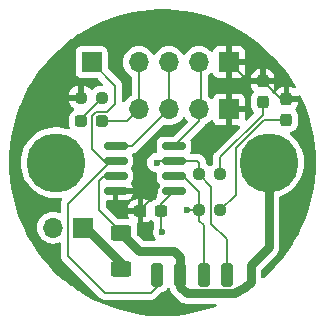
<source format=gbr>
%TF.GenerationSoftware,KiCad,Pcbnew,8.0.7*%
%TF.CreationDate,2024-12-12T10:30:31+01:00*%
%TF.ProjectId,pcb_actionneur_ventouse,7063625f-6163-4746-996f-6e6e6575725f,rev?*%
%TF.SameCoordinates,Original*%
%TF.FileFunction,Copper,L1,Top*%
%TF.FilePolarity,Positive*%
%FSLAX46Y46*%
G04 Gerber Fmt 4.6, Leading zero omitted, Abs format (unit mm)*
G04 Created by KiCad (PCBNEW 8.0.7) date 2024-12-12 10:30:31*
%MOMM*%
%LPD*%
G01*
G04 APERTURE LIST*
G04 Aperture macros list*
%AMRoundRect*
0 Rectangle with rounded corners*
0 $1 Rounding radius*
0 $2 $3 $4 $5 $6 $7 $8 $9 X,Y pos of 4 corners*
0 Add a 4 corners polygon primitive as box body*
4,1,4,$2,$3,$4,$5,$6,$7,$8,$9,$2,$3,0*
0 Add four circle primitives for the rounded corners*
1,1,$1+$1,$2,$3*
1,1,$1+$1,$4,$5*
1,1,$1+$1,$6,$7*
1,1,$1+$1,$8,$9*
0 Add four rect primitives between the rounded corners*
20,1,$1+$1,$2,$3,$4,$5,0*
20,1,$1+$1,$4,$5,$6,$7,0*
20,1,$1+$1,$6,$7,$8,$9,0*
20,1,$1+$1,$8,$9,$2,$3,0*%
G04 Aperture macros list end*
%TA.AperFunction,SMDPad,CuDef*%
%ADD10RoundRect,0.250000X0.625000X-0.400000X0.625000X0.400000X-0.625000X0.400000X-0.625000X-0.400000X0*%
%TD*%
%TA.AperFunction,ComponentPad*%
%ADD11R,1.700000X1.700000*%
%TD*%
%TA.AperFunction,ComponentPad*%
%ADD12O,1.700000X1.700000*%
%TD*%
%TA.AperFunction,SMDPad,CuDef*%
%ADD13RoundRect,0.250000X0.250000X0.750000X-0.250000X0.750000X-0.250000X-0.750000X0.250000X-0.750000X0*%
%TD*%
%TA.AperFunction,SMDPad,CuDef*%
%ADD14RoundRect,0.237500X0.300000X0.237500X-0.300000X0.237500X-0.300000X-0.237500X0.300000X-0.237500X0*%
%TD*%
%TA.AperFunction,SMDPad,CuDef*%
%ADD15RoundRect,0.150000X0.825000X0.150000X-0.825000X0.150000X-0.825000X-0.150000X0.825000X-0.150000X0*%
%TD*%
%TA.AperFunction,ComponentPad*%
%ADD16C,2.900000*%
%TD*%
%TA.AperFunction,ConnectorPad*%
%ADD17C,5.000000*%
%TD*%
%TA.AperFunction,SMDPad,CuDef*%
%ADD18RoundRect,0.237500X-0.250000X-0.237500X0.250000X-0.237500X0.250000X0.237500X-0.250000X0.237500X0*%
%TD*%
%TA.AperFunction,SMDPad,CuDef*%
%ADD19RoundRect,0.237500X-0.237500X0.287500X-0.237500X-0.287500X0.237500X-0.287500X0.237500X0.287500X0*%
%TD*%
%TA.AperFunction,SMDPad,CuDef*%
%ADD20RoundRect,0.237500X-0.287500X-0.237500X0.287500X-0.237500X0.287500X0.237500X-0.287500X0.237500X0*%
%TD*%
%TA.AperFunction,SMDPad,CuDef*%
%ADD21RoundRect,0.237500X0.250000X0.237500X-0.250000X0.237500X-0.250000X-0.237500X0.250000X-0.237500X0*%
%TD*%
%TA.AperFunction,ViaPad*%
%ADD22C,0.600000*%
%TD*%
%TA.AperFunction,Conductor*%
%ADD23C,0.750000*%
%TD*%
%TA.AperFunction,Conductor*%
%ADD24C,0.200000*%
%TD*%
G04 APERTURE END LIST*
D10*
%TO.P,R6,1*%
%TO.N,+5V*%
X146500000Y-59050000D03*
%TO.P,R6,2*%
%TO.N,/Isense*%
X146500000Y-55950000D03*
%TD*%
D11*
%TO.P,J2,1,Pin_1*%
%TO.N,GND*%
X155620000Y-45500000D03*
D12*
%TO.P,J2,2,Pin_2*%
%TO.N,/Sda*%
X153080000Y-45500000D03*
%TO.P,J2,3,Pin_3*%
%TO.N,/Scl*%
X150540000Y-45500000D03*
%TO.P,J2,4,Pin_4*%
%TO.N,+5V*%
X148000000Y-45500000D03*
%TD*%
D13*
%TO.P,J9,1,Pin_1*%
%TO.N,/Udpi*%
X149500000Y-59500000D03*
%TD*%
D11*
%TO.P,J10,1,Pin_1*%
%TO.N,/Udpi*%
X144000000Y-41500000D03*
%TD*%
D13*
%TO.P,J7,1,Pin_1*%
%TO.N,/VacuumPumpIn*%
X153500000Y-59500000D03*
%TD*%
%TO.P,J6,1,Pin_1*%
%TO.N,/EVin*%
X155500000Y-59500000D03*
%TD*%
%TO.P,J8,1,Pin_1*%
%TO.N,/Isense*%
X151500000Y-59500000D03*
%TD*%
D11*
%TO.P,J1,1,Pin_1*%
%TO.N,GND*%
X155620000Y-41500000D03*
D12*
%TO.P,J1,2,Pin_2*%
%TO.N,/Sda*%
X153080000Y-41500000D03*
%TO.P,J1,3,Pin_3*%
%TO.N,/Scl*%
X150540000Y-41500000D03*
%TO.P,J1,4,Pin_4*%
%TO.N,+5V*%
X148000000Y-41500000D03*
%TD*%
D14*
%TO.P,C1,1*%
%TO.N,+5V*%
X149862500Y-54095000D03*
%TO.P,C1,2*%
%TO.N,GND*%
X148137500Y-54095000D03*
%TD*%
D15*
%TO.P,U1,1,VCC*%
%TO.N,+5V*%
X150975000Y-52405000D03*
%TO.P,U1,2,PA6*%
%TO.N,/VacuumPumpIn*%
X150975000Y-51135000D03*
%TO.P,U1,3,PA7*%
%TO.N,/EVin*%
X150975000Y-49865000D03*
%TO.P,U1,4,PA1*%
%TO.N,/Sda*%
X150975000Y-48595000D03*
%TO.P,U1,5,PA2*%
%TO.N,/Scl*%
X146025000Y-48595000D03*
%TO.P,U1,6,~{RESET}/PA0*%
%TO.N,/Udpi*%
X146025000Y-49865000D03*
%TO.P,U1,7,PA3*%
%TO.N,/Isense*%
X146025000Y-51135000D03*
%TO.P,U1,8,GND*%
%TO.N,GND*%
X146025000Y-52405000D03*
%TD*%
D16*
%TO.P,J4,1,Pin_1*%
%TO.N,/Isense*%
X159000000Y-50000000D03*
D17*
X159000000Y-50000000D03*
%TD*%
D16*
%TO.P,J5,1,Pin_1*%
%TO.N,/VaccumPump-*%
X141000000Y-50000000D03*
D17*
X141000000Y-50000000D03*
%TD*%
D18*
%TO.P,R3,1*%
%TO.N,/EVin*%
X153087500Y-51000000D03*
%TO.P,R3,2*%
%TO.N,Net-(D3-A)*%
X154912500Y-51000000D03*
%TD*%
D19*
%TO.P,D3,1,K*%
%TO.N,GND*%
X158500000Y-43125000D03*
%TO.P,D3,2,A*%
%TO.N,Net-(D3-A)*%
X158500000Y-44875000D03*
%TD*%
D20*
%TO.P,D1,1,K*%
%TO.N,Net-(D1-K)*%
X143125000Y-46500000D03*
%TO.P,D1,2,A*%
%TO.N,+5V*%
X144875000Y-46500000D03*
%TD*%
D18*
%TO.P,R2,2*%
%TO.N,Net-(D2-A)*%
X154912500Y-54000000D03*
%TO.P,R2,1*%
%TO.N,/VacuumPumpIn*%
X153087500Y-54000000D03*
%TD*%
D12*
%TO.P,J3,2,Pin_2*%
%TO.N,/Ev-*%
X140735000Y-55500000D03*
D11*
%TO.P,J3,1,Pin_1*%
%TO.N,+5V*%
X143275000Y-55500000D03*
%TD*%
D19*
%TO.P,D2,1,K*%
%TO.N,GND*%
X160500000Y-44625000D03*
%TO.P,D2,2,A*%
%TO.N,Net-(D2-A)*%
X160500000Y-46375000D03*
%TD*%
D21*
%TO.P,R1,1*%
%TO.N,Net-(D1-K)*%
X144912500Y-44500000D03*
%TO.P,R1,2*%
%TO.N,GND*%
X143087500Y-44500000D03*
%TD*%
D22*
%TO.N,GND*%
X139698881Y-44538556D03*
%TO.N,+5V*%
X150000000Y-55900000D03*
%TO.N,GND*%
X149500000Y-52000000D03*
%TO.N,/VacuumPumpIn*%
X152050000Y-54050000D03*
%TO.N,/EVin*%
X149500000Y-50000000D03*
%TD*%
D23*
%TO.N,/Isense*%
X151500000Y-58000000D02*
X151500000Y-59500000D01*
X146500000Y-56000000D02*
X148000000Y-57500000D01*
X146500000Y-55950000D02*
X146500000Y-56000000D01*
X148000000Y-57500000D02*
X151000000Y-57500000D01*
X151000000Y-57500000D02*
X151500000Y-58000000D01*
D24*
%TO.N,/Udpi*%
X142000000Y-53500000D02*
X145635000Y-49865000D01*
X145635000Y-49865000D02*
X146025000Y-49865000D01*
X149000000Y-61000000D02*
X145108654Y-61000000D01*
X149500000Y-60500000D02*
X149000000Y-61000000D01*
X142000000Y-57891346D02*
X142000000Y-53500000D01*
X149500000Y-59500000D02*
X149500000Y-60500000D01*
X145108654Y-61000000D02*
X142000000Y-57891346D01*
D23*
%TO.N,/Isense*%
X159000000Y-57173654D02*
X159000000Y-50000000D01*
X157500000Y-58673654D02*
X159000000Y-57173654D01*
X157500000Y-60150165D02*
X157500000Y-58673654D01*
X156994583Y-60506927D02*
X157500000Y-60150165D01*
X156410373Y-60873216D02*
X156994583Y-60506927D01*
X156045692Y-61075000D02*
X156410373Y-60873216D01*
X151500000Y-60500000D02*
X152075000Y-61075000D01*
X151500000Y-59500000D02*
X151500000Y-60500000D01*
X152075000Y-61075000D02*
X156045692Y-61075000D01*
D24*
%TO.N,/EVin*%
X154125000Y-55191722D02*
X154125000Y-52037500D01*
X154125000Y-52037500D02*
X153087500Y-51000000D01*
X155500000Y-56500000D02*
X155433278Y-56500000D01*
X155433278Y-56500000D02*
X154125000Y-55191722D01*
X155500000Y-59500000D02*
X155500000Y-56500000D01*
%TO.N,/VacuumPumpIn*%
X153500000Y-55325000D02*
X153500000Y-59500000D01*
X153087500Y-54912500D02*
X153500000Y-55325000D01*
X153087500Y-54500000D02*
X153087500Y-54912500D01*
D23*
%TO.N,+5V*%
X146500000Y-58500000D02*
X143500000Y-55500000D01*
X146500000Y-59050000D02*
X146500000Y-58500000D01*
X143500000Y-55500000D02*
X143500000Y-55225000D01*
D24*
X149862500Y-55762500D02*
X149862500Y-54095000D01*
X150000000Y-55900000D02*
X149862500Y-55762500D01*
%TO.N,/VacuumPumpIn*%
X152100000Y-54000000D02*
X153087500Y-54000000D01*
X152050000Y-54050000D02*
X152100000Y-54000000D01*
X153087500Y-54000000D02*
X153087500Y-54500000D01*
%TO.N,Net-(D2-A)*%
X158625000Y-46375000D02*
X160500000Y-46375000D01*
X156200000Y-48800000D02*
X158625000Y-46375000D01*
X156200000Y-52712500D02*
X156200000Y-48800000D01*
X154912500Y-54000000D02*
X156200000Y-52712500D01*
%TO.N,+5V*%
X149862500Y-53517500D02*
X150975000Y-52405000D01*
X149862500Y-54095000D02*
X149862500Y-53517500D01*
X149820000Y-54095000D02*
X149862500Y-54095000D01*
X149725000Y-54000000D02*
X149820000Y-54095000D01*
%TO.N,GND*%
X149500000Y-52595000D02*
X148000000Y-54095000D01*
X149500000Y-52000000D02*
X149500000Y-52595000D01*
%TO.N,Net-(D3-A)*%
X158500000Y-45934314D02*
X158500000Y-44875000D01*
X154912500Y-51000000D02*
X154912500Y-49521814D01*
X154912500Y-49521814D02*
X158500000Y-45934314D01*
%TO.N,/EVin*%
X152952500Y-49865000D02*
X150975000Y-49865000D01*
X153087500Y-50000000D02*
X152952500Y-49865000D01*
X153087500Y-51000000D02*
X153087500Y-50000000D01*
%TO.N,/VacuumPumpIn*%
X151722500Y-51135000D02*
X150975000Y-51135000D01*
X153087500Y-54500000D02*
X153087500Y-52500000D01*
X153087500Y-52500000D02*
X151722500Y-51135000D01*
%TO.N,GND*%
X143087500Y-44500000D02*
X139737437Y-44500000D01*
X139737437Y-44500000D02*
X139698881Y-44538556D01*
%TO.N,Net-(D1-K)*%
X143125000Y-46287500D02*
X144912500Y-44500000D01*
X143125000Y-46500000D02*
X143125000Y-46287500D01*
%TO.N,/Udpi*%
X146000000Y-45000000D02*
X146000000Y-43500000D01*
X144358278Y-45725000D02*
X145275000Y-45725000D01*
X144050000Y-48864999D02*
X144050000Y-46033278D01*
X146000000Y-43500000D02*
X144000000Y-41500000D01*
X145050001Y-49865000D02*
X144050000Y-48864999D01*
X144050000Y-46033278D02*
X144358278Y-45725000D01*
X145275000Y-45725000D02*
X146000000Y-45000000D01*
X146025000Y-49865000D02*
X145050001Y-49865000D01*
%TO.N,+5V*%
X147000000Y-46500000D02*
X144875000Y-46500000D01*
X148000000Y-45500000D02*
X147000000Y-46500000D01*
%TO.N,GND*%
X148000000Y-53000000D02*
X148000000Y-54095000D01*
X147405000Y-52405000D02*
X148000000Y-53000000D01*
X146025000Y-52405000D02*
X147405000Y-52405000D01*
%TO.N,/Scl*%
X150540000Y-45500000D02*
X150540000Y-41500000D01*
%TO.N,/VacuumPumpIn*%
X151886238Y-51135000D02*
X151475000Y-51135000D01*
%TO.N,GND*%
X160500000Y-44625000D02*
X160000000Y-44625000D01*
X160000000Y-44625000D02*
X158500000Y-43125000D01*
X158500000Y-43125000D02*
X157245000Y-43125000D01*
X157245000Y-43125000D02*
X155620000Y-41500000D01*
%TO.N,/Sda*%
X150975000Y-48595000D02*
X153080000Y-46490000D01*
X153080000Y-46490000D02*
X153080000Y-45500000D01*
%TO.N,/Scl*%
X147445000Y-48595000D02*
X146025000Y-48595000D01*
X150540000Y-45500000D02*
X147445000Y-48595000D01*
%TO.N,GND*%
X155620000Y-45500000D02*
X155620000Y-41500000D01*
%TO.N,+5V*%
X148000000Y-45500000D02*
X148000000Y-41500000D01*
%TO.N,/Isense*%
X145050001Y-51135000D02*
X146025000Y-51135000D01*
X144600000Y-51585001D02*
X145050001Y-51135000D01*
X144600000Y-54000000D02*
X144600000Y-51585001D01*
%TO.N,GND*%
X148500000Y-54500000D02*
X148120000Y-54500000D01*
%TO.N,/Scl*%
X150540000Y-41680000D02*
X150720000Y-41500000D01*
%TO.N,/Sda*%
X153260000Y-45320000D02*
X153260000Y-41500000D01*
%TO.N,/Isense*%
X146500000Y-55900000D02*
X144600000Y-54000000D01*
X146500000Y-56500000D02*
X146500000Y-55900000D01*
%TO.N,/VacuumPumpIn*%
X150975000Y-51135000D02*
X151040000Y-51200000D01*
%TO.N,/EVin*%
X149635000Y-49865000D02*
X149500000Y-50000000D01*
X151475000Y-49865000D02*
X149635000Y-49865000D01*
%TO.N,GND*%
X155500000Y-41800000D02*
X155800000Y-41500000D01*
D23*
%TO.N,/Isense*%
X159062500Y-50062500D02*
X159000000Y-50000000D01*
D24*
X161396821Y-50254951D02*
X161394984Y-50000000D01*
X161394984Y-50000000D02*
X161392634Y-49673735D01*
X158475000Y-50475000D02*
X158000000Y-50000000D01*
%TD*%
%TA.AperFunction,Conductor*%
%TO.N,GND*%
G36*
X150361600Y-37005623D02*
G01*
X151070102Y-37044713D01*
X151076887Y-37045276D01*
X151782143Y-37123333D01*
X151788863Y-37124264D01*
X152488794Y-37241062D01*
X152495456Y-37242363D01*
X153187875Y-37397538D01*
X153194467Y-37399208D01*
X153877263Y-37592284D01*
X153883769Y-37594319D01*
X154554883Y-37824713D01*
X154561277Y-37827107D01*
X155218680Y-38094121D01*
X155224923Y-38096860D01*
X155866609Y-38399678D01*
X155872700Y-38402760D01*
X156496755Y-38740482D01*
X156502672Y-38743899D01*
X157107144Y-39115466D01*
X157112865Y-39119204D01*
X157695942Y-39523502D01*
X157701448Y-39527548D01*
X158261401Y-39963375D01*
X158266670Y-39967715D01*
X158801749Y-40433716D01*
X158806755Y-40438324D01*
X158975182Y-40602172D01*
X159315362Y-40933105D01*
X159320127Y-40938003D01*
X159800691Y-41460034D01*
X159805179Y-41465187D01*
X160256263Y-42012909D01*
X160260460Y-42018302D01*
X160680676Y-42590026D01*
X160684570Y-42595641D01*
X160688819Y-42602144D01*
X161072676Y-43189683D01*
X161076228Y-43195462D01*
X161206410Y-43420943D01*
X161265004Y-43522431D01*
X161281477Y-43590331D01*
X161258624Y-43656358D01*
X161203703Y-43699549D01*
X161134150Y-43706190D01*
X161092521Y-43689970D01*
X161051309Y-43664550D01*
X161051300Y-43664546D01*
X160887652Y-43610319D01*
X160786654Y-43600000D01*
X160750000Y-43600000D01*
X160750000Y-44375000D01*
X161474999Y-44375000D01*
X161492092Y-44357906D01*
X161494684Y-44349081D01*
X161547488Y-44303326D01*
X161616646Y-44293382D01*
X161680202Y-44322407D01*
X161709639Y-44360131D01*
X161754650Y-44449077D01*
X161757566Y-44455256D01*
X162042589Y-45105042D01*
X162045160Y-45111373D01*
X162293951Y-45775864D01*
X162296170Y-45782327D01*
X162494424Y-46416181D01*
X162507980Y-46459520D01*
X162509840Y-46466096D01*
X162684027Y-47153947D01*
X162685521Y-47160615D01*
X162821547Y-47856993D01*
X162822672Y-47863733D01*
X162920134Y-48566575D01*
X162920885Y-48573367D01*
X162979476Y-49280470D01*
X162979853Y-49287293D01*
X162999405Y-49996583D01*
X162999405Y-50003417D01*
X162979853Y-50712706D01*
X162979476Y-50719529D01*
X162920885Y-51426632D01*
X162920134Y-51433424D01*
X162822672Y-52136266D01*
X162821547Y-52143006D01*
X162685521Y-52839384D01*
X162684027Y-52846052D01*
X162509840Y-53533903D01*
X162507980Y-53540479D01*
X162296170Y-54217672D01*
X162293951Y-54224135D01*
X162045160Y-54888626D01*
X162042589Y-54894957D01*
X161757566Y-55544743D01*
X161754650Y-55550923D01*
X161434258Y-56184035D01*
X161431005Y-56190045D01*
X161076236Y-56804524D01*
X161072666Y-56810332D01*
X161022696Y-56886818D01*
X160684570Y-57404358D01*
X160680676Y-57409973D01*
X160260460Y-57981697D01*
X160256263Y-57987090D01*
X159805179Y-58534812D01*
X159800691Y-58539965D01*
X159320127Y-59061996D01*
X159315362Y-59066894D01*
X158806766Y-59561665D01*
X158801738Y-59566293D01*
X158580937Y-59758588D01*
X158517454Y-59787772D01*
X158448271Y-59778002D01*
X158395353Y-59732379D01*
X158375500Y-59665389D01*
X158375500Y-59087660D01*
X158395185Y-59020621D01*
X158411819Y-58999979D01*
X159680042Y-57731756D01*
X159680045Y-57731753D01*
X159775858Y-57588359D01*
X159841855Y-57429028D01*
X159875500Y-57259883D01*
X159875500Y-57087425D01*
X159875500Y-52961234D01*
X159895185Y-52894195D01*
X159947989Y-52848440D01*
X159957070Y-52844719D01*
X160190451Y-52759777D01*
X160502793Y-52602913D01*
X160794811Y-52410849D01*
X161062558Y-52186183D01*
X161302412Y-51931953D01*
X161511130Y-51651596D01*
X161685889Y-51348904D01*
X161824326Y-51027971D01*
X161924569Y-50693136D01*
X161968419Y-50444442D01*
X161970531Y-50434747D01*
X161997875Y-50329680D01*
X161996638Y-50158136D01*
X161996845Y-50150038D01*
X161998737Y-50117569D01*
X162005585Y-50000000D01*
X161994259Y-49805560D01*
X161994053Y-49799254D01*
X161992549Y-49590355D01*
X161973009Y-49519478D01*
X161948367Y-49430091D01*
X161948384Y-49430086D01*
X161943202Y-49412542D01*
X161924571Y-49306875D01*
X161924569Y-49306865D01*
X161924569Y-49306864D01*
X161824326Y-48972029D01*
X161685889Y-48651096D01*
X161511130Y-48348404D01*
X161511129Y-48348402D01*
X161302415Y-48068050D01*
X161302410Y-48068044D01*
X161169264Y-47926919D01*
X161062558Y-47813817D01*
X160920347Y-47694488D01*
X160818194Y-47608771D01*
X160779492Y-47550600D01*
X160778384Y-47480739D01*
X160815221Y-47421369D01*
X160878308Y-47391340D01*
X160885281Y-47390426D01*
X160887753Y-47390174D01*
X161051516Y-47335908D01*
X161198350Y-47245340D01*
X161320340Y-47123350D01*
X161410908Y-46976516D01*
X161465174Y-46812753D01*
X161475500Y-46711677D01*
X161475499Y-46038324D01*
X161468103Y-45965925D01*
X161465174Y-45937247D01*
X161452666Y-45899500D01*
X161410908Y-45773484D01*
X161320340Y-45626650D01*
X161281017Y-45587327D01*
X161247532Y-45526004D01*
X161252516Y-45456312D01*
X161281018Y-45411964D01*
X161319945Y-45373037D01*
X161319947Y-45373034D01*
X161410448Y-45226311D01*
X161410453Y-45226300D01*
X161464680Y-45062652D01*
X161474999Y-44961654D01*
X161475000Y-44961641D01*
X161475000Y-44875000D01*
X160624000Y-44875000D01*
X160556961Y-44855315D01*
X160511206Y-44802511D01*
X160500000Y-44751000D01*
X160500000Y-44625000D01*
X160374000Y-44625000D01*
X160306961Y-44605315D01*
X160261206Y-44552511D01*
X160250000Y-44501000D01*
X160250000Y-43600000D01*
X160213361Y-43600000D01*
X160213343Y-43600001D01*
X160112347Y-43610319D01*
X159948699Y-43664546D01*
X159948688Y-43664551D01*
X159801965Y-43755052D01*
X159801961Y-43755055D01*
X159680055Y-43876961D01*
X159680052Y-43876965D01*
X159589551Y-44023688D01*
X159589546Y-44023699D01*
X159556916Y-44122171D01*
X159517143Y-44179616D01*
X159452627Y-44206439D01*
X159383851Y-44194124D01*
X159333671Y-44148263D01*
X159320340Y-44126650D01*
X159281017Y-44087327D01*
X159247532Y-44026004D01*
X159252516Y-43956312D01*
X159281018Y-43911964D01*
X159319945Y-43873037D01*
X159319947Y-43873034D01*
X159410448Y-43726311D01*
X159410453Y-43726300D01*
X159464680Y-43562652D01*
X159474999Y-43461654D01*
X159475000Y-43461641D01*
X159475000Y-43375000D01*
X157525001Y-43375000D01*
X157525001Y-43461654D01*
X157535319Y-43562652D01*
X157589546Y-43726300D01*
X157589551Y-43726311D01*
X157680052Y-43873034D01*
X157680055Y-43873038D01*
X157718982Y-43911965D01*
X157752467Y-43973288D01*
X157747483Y-44042980D01*
X157718983Y-44087326D01*
X157679661Y-44126648D01*
X157589093Y-44273481D01*
X157589091Y-44273486D01*
X157582688Y-44292809D01*
X157534826Y-44437247D01*
X157534826Y-44437248D01*
X157534825Y-44437248D01*
X157524500Y-44538315D01*
X157524500Y-45211669D01*
X157524501Y-45211687D01*
X157534825Y-45312752D01*
X157553370Y-45368716D01*
X157579018Y-45446116D01*
X157589092Y-45476515D01*
X157589093Y-45476518D01*
X157601765Y-45497063D01*
X157658529Y-45589092D01*
X157679661Y-45623351D01*
X157733013Y-45676704D01*
X157766497Y-45738027D01*
X157761512Y-45807719D01*
X157733012Y-45852065D01*
X157181681Y-46403397D01*
X157120358Y-46436882D01*
X157050667Y-46431898D01*
X156994733Y-46390027D01*
X156970316Y-46324562D01*
X156970000Y-46315716D01*
X156970000Y-45750000D01*
X156053012Y-45750000D01*
X156085925Y-45692993D01*
X156120000Y-45565826D01*
X156120000Y-45434174D01*
X156085925Y-45307007D01*
X156053012Y-45250000D01*
X156970000Y-45250000D01*
X156970000Y-44602172D01*
X156969999Y-44602155D01*
X156963598Y-44542627D01*
X156963596Y-44542620D01*
X156913354Y-44407913D01*
X156913350Y-44407906D01*
X156827190Y-44292812D01*
X156827187Y-44292809D01*
X156712093Y-44206649D01*
X156712086Y-44206645D01*
X156577379Y-44156403D01*
X156577372Y-44156401D01*
X156517844Y-44150000D01*
X155870000Y-44150000D01*
X155870000Y-45066988D01*
X155812993Y-45034075D01*
X155685826Y-45000000D01*
X155554174Y-45000000D01*
X155427007Y-45034075D01*
X155370000Y-45066988D01*
X155370000Y-44150000D01*
X154722155Y-44150000D01*
X154662627Y-44156401D01*
X154662620Y-44156403D01*
X154527913Y-44206645D01*
X154527906Y-44206649D01*
X154412812Y-44292809D01*
X154412809Y-44292812D01*
X154326649Y-44407906D01*
X154326645Y-44407913D01*
X154277578Y-44539470D01*
X154235707Y-44595404D01*
X154170242Y-44619821D01*
X154101969Y-44604969D01*
X154073715Y-44583819D01*
X154028211Y-44538315D01*
X153951401Y-44461505D01*
X153937998Y-44452120D01*
X153913375Y-44434878D01*
X153869751Y-44380300D01*
X153860500Y-44333304D01*
X153860500Y-42666694D01*
X153880185Y-42599655D01*
X153913375Y-42565120D01*
X153951401Y-42538495D01*
X154073717Y-42416178D01*
X154135036Y-42382696D01*
X154204728Y-42387680D01*
X154260662Y-42429551D01*
X154277577Y-42460528D01*
X154326646Y-42592088D01*
X154326649Y-42592093D01*
X154412809Y-42707187D01*
X154412812Y-42707190D01*
X154527906Y-42793350D01*
X154527913Y-42793354D01*
X154662620Y-42843596D01*
X154662627Y-42843598D01*
X154722155Y-42849999D01*
X154722172Y-42850000D01*
X155370000Y-42850000D01*
X155370000Y-41933012D01*
X155427007Y-41965925D01*
X155554174Y-42000000D01*
X155685826Y-42000000D01*
X155812993Y-41965925D01*
X155870000Y-41933012D01*
X155870000Y-42850000D01*
X156517828Y-42850000D01*
X156517844Y-42849999D01*
X156577372Y-42843598D01*
X156577379Y-42843596D01*
X156712086Y-42793354D01*
X156712093Y-42793350D01*
X156718779Y-42788345D01*
X157525000Y-42788345D01*
X157525000Y-42875000D01*
X158250000Y-42875000D01*
X158750000Y-42875000D01*
X159474999Y-42875000D01*
X159474999Y-42788360D01*
X159474998Y-42788345D01*
X159464680Y-42687347D01*
X159410453Y-42523699D01*
X159410448Y-42523688D01*
X159319947Y-42376965D01*
X159319944Y-42376961D01*
X159198038Y-42255055D01*
X159198034Y-42255052D01*
X159051311Y-42164551D01*
X159051300Y-42164546D01*
X158887652Y-42110319D01*
X158786654Y-42100000D01*
X158750000Y-42100000D01*
X158750000Y-42875000D01*
X158250000Y-42875000D01*
X158250000Y-42100000D01*
X158213361Y-42100000D01*
X158213343Y-42100001D01*
X158112347Y-42110319D01*
X157948699Y-42164546D01*
X157948688Y-42164551D01*
X157801965Y-42255052D01*
X157801961Y-42255055D01*
X157680055Y-42376961D01*
X157680052Y-42376965D01*
X157589551Y-42523688D01*
X157589546Y-42523699D01*
X157535319Y-42687347D01*
X157525000Y-42788345D01*
X156718779Y-42788345D01*
X156827187Y-42707190D01*
X156827190Y-42707187D01*
X156913350Y-42592093D01*
X156913354Y-42592086D01*
X156963596Y-42457379D01*
X156963598Y-42457372D01*
X156969999Y-42397844D01*
X156970000Y-42397827D01*
X156970000Y-41750000D01*
X156053012Y-41750000D01*
X156085925Y-41692993D01*
X156120000Y-41565826D01*
X156120000Y-41434174D01*
X156085925Y-41307007D01*
X156053012Y-41250000D01*
X156970000Y-41250000D01*
X156970000Y-40602172D01*
X156969999Y-40602155D01*
X156963598Y-40542627D01*
X156963596Y-40542620D01*
X156913354Y-40407913D01*
X156913350Y-40407906D01*
X156827190Y-40292812D01*
X156827187Y-40292809D01*
X156712093Y-40206649D01*
X156712086Y-40206645D01*
X156577379Y-40156403D01*
X156577372Y-40156401D01*
X156517844Y-40150000D01*
X155870000Y-40150000D01*
X155870000Y-41066988D01*
X155812993Y-41034075D01*
X155685826Y-41000000D01*
X155554174Y-41000000D01*
X155427007Y-41034075D01*
X155370000Y-41066988D01*
X155370000Y-40150000D01*
X154722155Y-40150000D01*
X154662627Y-40156401D01*
X154662620Y-40156403D01*
X154527913Y-40206645D01*
X154527906Y-40206649D01*
X154412812Y-40292809D01*
X154412809Y-40292812D01*
X154326649Y-40407906D01*
X154326645Y-40407913D01*
X154277578Y-40539470D01*
X154235707Y-40595404D01*
X154170242Y-40619821D01*
X154101969Y-40604969D01*
X154073715Y-40583819D01*
X154029366Y-40539470D01*
X153951401Y-40461505D01*
X153951397Y-40461502D01*
X153951396Y-40461501D01*
X153757834Y-40325967D01*
X153757830Y-40325965D01*
X153686727Y-40292809D01*
X153543663Y-40226097D01*
X153543659Y-40226096D01*
X153543655Y-40226094D01*
X153315413Y-40164938D01*
X153315403Y-40164936D01*
X153080001Y-40144341D01*
X153079999Y-40144341D01*
X152844596Y-40164936D01*
X152844586Y-40164938D01*
X152616344Y-40226094D01*
X152616335Y-40226098D01*
X152402171Y-40325964D01*
X152402169Y-40325965D01*
X152208597Y-40461505D01*
X152041505Y-40628597D01*
X151911575Y-40814158D01*
X151856998Y-40857783D01*
X151787500Y-40864977D01*
X151725145Y-40833454D01*
X151708425Y-40814158D01*
X151578494Y-40628597D01*
X151411402Y-40461506D01*
X151411395Y-40461501D01*
X151217834Y-40325967D01*
X151217830Y-40325965D01*
X151146727Y-40292809D01*
X151003663Y-40226097D01*
X151003659Y-40226096D01*
X151003655Y-40226094D01*
X150775413Y-40164938D01*
X150775403Y-40164936D01*
X150540001Y-40144341D01*
X150539999Y-40144341D01*
X150304596Y-40164936D01*
X150304586Y-40164938D01*
X150076344Y-40226094D01*
X150076335Y-40226098D01*
X149862171Y-40325964D01*
X149862169Y-40325965D01*
X149668597Y-40461505D01*
X149501505Y-40628597D01*
X149371575Y-40814158D01*
X149316998Y-40857783D01*
X149247500Y-40864977D01*
X149185145Y-40833454D01*
X149168425Y-40814158D01*
X149038494Y-40628597D01*
X148871402Y-40461506D01*
X148871395Y-40461501D01*
X148677834Y-40325967D01*
X148677830Y-40325965D01*
X148606727Y-40292809D01*
X148463663Y-40226097D01*
X148463659Y-40226096D01*
X148463655Y-40226094D01*
X148235413Y-40164938D01*
X148235403Y-40164936D01*
X148000001Y-40144341D01*
X147999999Y-40144341D01*
X147764596Y-40164936D01*
X147764586Y-40164938D01*
X147536344Y-40226094D01*
X147536335Y-40226098D01*
X147322171Y-40325964D01*
X147322169Y-40325965D01*
X147128597Y-40461505D01*
X146961505Y-40628597D01*
X146825965Y-40822169D01*
X146825964Y-40822171D01*
X146726098Y-41036335D01*
X146726094Y-41036344D01*
X146664938Y-41264586D01*
X146664936Y-41264596D01*
X146644341Y-41499999D01*
X146644341Y-41500000D01*
X146664936Y-41735403D01*
X146664938Y-41735413D01*
X146726094Y-41963655D01*
X146726096Y-41963659D01*
X146726097Y-41963663D01*
X146743631Y-42001264D01*
X146825965Y-42177830D01*
X146825967Y-42177834D01*
X146881946Y-42257779D01*
X146961505Y-42371401D01*
X147128599Y-42538495D01*
X147219499Y-42602144D01*
X147322165Y-42674032D01*
X147322167Y-42674033D01*
X147322170Y-42674035D01*
X147327898Y-42676706D01*
X147380339Y-42722872D01*
X147399500Y-42789090D01*
X147399500Y-44210908D01*
X147379815Y-44277947D01*
X147327914Y-44323286D01*
X147322173Y-44325963D01*
X147322169Y-44325965D01*
X147128597Y-44461505D01*
X146961505Y-44628597D01*
X146826075Y-44822013D01*
X146771498Y-44865638D01*
X146702000Y-44872832D01*
X146639645Y-44841309D01*
X146604231Y-44781079D01*
X146600500Y-44750890D01*
X146600500Y-43420945D01*
X146600500Y-43420943D01*
X146563802Y-43283983D01*
X146563802Y-43283982D01*
X146559577Y-43268215D01*
X146515871Y-43192514D01*
X146515870Y-43192513D01*
X146480521Y-43131286D01*
X146480520Y-43131284D01*
X146368716Y-43019480D01*
X146368715Y-43019479D01*
X146364385Y-43015149D01*
X146364374Y-43015139D01*
X145386818Y-42037583D01*
X145353333Y-41976260D01*
X145350499Y-41949902D01*
X145350499Y-40602129D01*
X145350498Y-40602123D01*
X145350497Y-40602116D01*
X145344091Y-40542517D01*
X145305233Y-40438334D01*
X145293797Y-40407671D01*
X145293793Y-40407664D01*
X145207547Y-40292455D01*
X145207544Y-40292452D01*
X145092335Y-40206206D01*
X145092328Y-40206202D01*
X144957482Y-40155908D01*
X144957483Y-40155908D01*
X144897883Y-40149501D01*
X144897881Y-40149500D01*
X144897873Y-40149500D01*
X144897864Y-40149500D01*
X143102129Y-40149500D01*
X143102123Y-40149501D01*
X143042516Y-40155908D01*
X142907671Y-40206202D01*
X142907664Y-40206206D01*
X142792455Y-40292452D01*
X142792452Y-40292455D01*
X142706206Y-40407664D01*
X142706202Y-40407671D01*
X142655908Y-40542517D01*
X142651468Y-40583819D01*
X142649501Y-40602123D01*
X142649500Y-40602135D01*
X142649500Y-42397870D01*
X142649501Y-42397876D01*
X142655908Y-42457483D01*
X142706202Y-42592328D01*
X142706206Y-42592335D01*
X142792452Y-42707544D01*
X142792455Y-42707547D01*
X142907664Y-42793793D01*
X142907671Y-42793797D01*
X143042517Y-42844091D01*
X143042516Y-42844091D01*
X143049444Y-42844835D01*
X143102127Y-42850500D01*
X144449902Y-42850499D01*
X144516941Y-42870184D01*
X144537583Y-42886818D01*
X144963584Y-43312819D01*
X144997069Y-43374142D01*
X144992085Y-43443834D01*
X144950213Y-43499767D01*
X144884749Y-43524184D01*
X144875903Y-43524500D01*
X144613331Y-43524500D01*
X144613312Y-43524501D01*
X144512247Y-43534825D01*
X144348484Y-43589092D01*
X144348481Y-43589093D01*
X144201651Y-43679659D01*
X144087327Y-43793983D01*
X144026004Y-43827467D01*
X143956312Y-43822483D01*
X143911965Y-43793982D01*
X143798038Y-43680055D01*
X143798034Y-43680052D01*
X143651311Y-43589551D01*
X143651300Y-43589546D01*
X143487652Y-43535319D01*
X143386654Y-43525000D01*
X143337500Y-43525000D01*
X143337500Y-44376000D01*
X143317815Y-44443039D01*
X143265011Y-44488794D01*
X143213500Y-44500000D01*
X143087500Y-44500000D01*
X143087500Y-44626000D01*
X143067815Y-44693039D01*
X143015011Y-44738794D01*
X142963500Y-44750000D01*
X142100001Y-44750000D01*
X142100001Y-44786654D01*
X142110319Y-44887652D01*
X142164546Y-45051300D01*
X142164551Y-45051311D01*
X142255052Y-45198034D01*
X142255055Y-45198038D01*
X142376961Y-45319944D01*
X142376965Y-45319947D01*
X142497295Y-45394168D01*
X142544020Y-45446116D01*
X142555241Y-45515078D01*
X142527398Y-45579160D01*
X142497295Y-45605244D01*
X142376653Y-45679657D01*
X142376649Y-45679660D01*
X142254661Y-45801648D01*
X142164093Y-45948481D01*
X142164091Y-45948486D01*
X142156289Y-45972032D01*
X142109826Y-46112247D01*
X142109826Y-46112248D01*
X142109825Y-46112248D01*
X142099500Y-46213315D01*
X142099500Y-46786669D01*
X142099501Y-46786687D01*
X142109825Y-46887752D01*
X142109826Y-46887755D01*
X142151020Y-47012068D01*
X142153422Y-47081896D01*
X142117690Y-47141938D01*
X142055170Y-47173131D01*
X141990904Y-47167594D01*
X141862012Y-47120681D01*
X141862009Y-47120680D01*
X141521915Y-47040077D01*
X141478519Y-47035004D01*
X141174759Y-46999500D01*
X140825241Y-46999500D01*
X140521480Y-47035004D01*
X140478085Y-47040077D01*
X140478083Y-47040077D01*
X140137990Y-47120680D01*
X140137987Y-47120681D01*
X139809547Y-47240223D01*
X139809541Y-47240226D01*
X139497203Y-47397088D01*
X139205194Y-47589146D01*
X139205186Y-47589152D01*
X138937442Y-47813817D01*
X138937440Y-47813819D01*
X138697589Y-48068044D01*
X138697584Y-48068050D01*
X138488870Y-48348402D01*
X138314113Y-48651091D01*
X138314107Y-48651104D01*
X138175674Y-48972027D01*
X138075430Y-49306865D01*
X138075428Y-49306872D01*
X138014739Y-49651061D01*
X138014738Y-49651072D01*
X137994415Y-49999996D01*
X137994415Y-50000003D01*
X138014738Y-50348927D01*
X138014739Y-50348938D01*
X138075428Y-50693127D01*
X138075430Y-50693134D01*
X138175674Y-51027972D01*
X138314107Y-51348895D01*
X138314113Y-51348908D01*
X138488870Y-51651597D01*
X138697584Y-51931949D01*
X138697589Y-51931955D01*
X138800500Y-52041033D01*
X138937442Y-52186183D01*
X139113903Y-52334251D01*
X139205186Y-52410847D01*
X139205194Y-52410853D01*
X139497203Y-52602911D01*
X139542838Y-52625830D01*
X139809549Y-52759777D01*
X140137989Y-52879319D01*
X140478086Y-52959923D01*
X140825241Y-53000500D01*
X140825248Y-53000500D01*
X141174751Y-53000500D01*
X141174759Y-53000500D01*
X141380168Y-52976490D01*
X141449034Y-52988259D01*
X141500610Y-53035394D01*
X141518516Y-53102930D01*
X141501949Y-53161648D01*
X141488995Y-53184087D01*
X141488992Y-53184092D01*
X141440423Y-53268214D01*
X141434858Y-53288982D01*
X141399499Y-53420943D01*
X141399499Y-53420945D01*
X141399499Y-53589046D01*
X141399500Y-53589059D01*
X141399500Y-54125107D01*
X141379815Y-54192146D01*
X141327011Y-54237901D01*
X141257853Y-54247845D01*
X141223098Y-54237491D01*
X141205422Y-54229249D01*
X141198663Y-54226097D01*
X141198660Y-54226096D01*
X141198655Y-54226094D01*
X140970413Y-54164938D01*
X140970403Y-54164936D01*
X140735001Y-54144341D01*
X140734999Y-54144341D01*
X140499596Y-54164936D01*
X140499586Y-54164938D01*
X140271344Y-54226094D01*
X140271335Y-54226098D01*
X140057171Y-54325964D01*
X140057169Y-54325965D01*
X139863597Y-54461505D01*
X139696505Y-54628597D01*
X139560965Y-54822169D01*
X139560964Y-54822171D01*
X139461098Y-55036335D01*
X139461094Y-55036344D01*
X139399938Y-55264586D01*
X139399936Y-55264596D01*
X139379341Y-55499999D01*
X139379341Y-55500000D01*
X139399936Y-55735403D01*
X139399938Y-55735413D01*
X139461094Y-55963655D01*
X139461096Y-55963659D01*
X139461097Y-55963663D01*
X139514996Y-56079249D01*
X139560965Y-56177830D01*
X139560967Y-56177834D01*
X139611164Y-56249522D01*
X139696505Y-56371401D01*
X139863599Y-56538495D01*
X139882902Y-56552011D01*
X140057165Y-56674032D01*
X140057167Y-56674033D01*
X140057170Y-56674035D01*
X140271337Y-56773903D01*
X140271343Y-56773904D01*
X140271344Y-56773905D01*
X140296088Y-56780535D01*
X140499592Y-56835063D01*
X140687918Y-56851539D01*
X140734999Y-56855659D01*
X140735000Y-56855659D01*
X140735001Y-56855659D01*
X140774234Y-56852226D01*
X140970408Y-56835063D01*
X141198663Y-56773903D01*
X141223096Y-56762509D01*
X141292169Y-56752017D01*
X141355954Y-56780535D01*
X141394195Y-56839010D01*
X141399500Y-56874891D01*
X141399500Y-57804676D01*
X141399499Y-57804694D01*
X141399499Y-57970400D01*
X141399498Y-57970400D01*
X141399499Y-57970403D01*
X141440423Y-58123131D01*
X141460144Y-58157288D01*
X141518839Y-58258952D01*
X141519479Y-58260060D01*
X141519481Y-58260063D01*
X141638349Y-58378931D01*
X141638354Y-58378935D01*
X144739938Y-61480520D01*
X144739940Y-61480521D01*
X144739944Y-61480524D01*
X144876863Y-61559573D01*
X144876870Y-61559577D01*
X145029597Y-61600501D01*
X145029599Y-61600501D01*
X145195308Y-61600501D01*
X145195324Y-61600500D01*
X148913331Y-61600500D01*
X148913347Y-61600501D01*
X148920943Y-61600501D01*
X149079054Y-61600501D01*
X149079057Y-61600501D01*
X149231785Y-61559577D01*
X149281904Y-61530639D01*
X149368716Y-61480520D01*
X149480520Y-61368716D01*
X149480521Y-61368714D01*
X149823087Y-61026146D01*
X149884408Y-60992663D01*
X149898156Y-60990472D01*
X149902797Y-60989999D01*
X150069334Y-60934814D01*
X150218656Y-60842712D01*
X150342712Y-60718656D01*
X150394462Y-60634754D01*
X150446407Y-60588032D01*
X150515369Y-60576809D01*
X150579452Y-60604652D01*
X150605537Y-60634755D01*
X150636049Y-60684222D01*
X150652128Y-60725128D01*
X150658143Y-60755368D01*
X150658145Y-60755376D01*
X150724138Y-60914698D01*
X150724145Y-60914711D01*
X150819954Y-61058098D01*
X150819957Y-61058102D01*
X151394955Y-61633099D01*
X151516901Y-61755045D01*
X151516902Y-61755046D01*
X151660288Y-61850854D01*
X151660301Y-61850861D01*
X151793132Y-61905881D01*
X151819626Y-61916855D01*
X151988766Y-61950499D01*
X151988769Y-61950500D01*
X151988771Y-61950500D01*
X154466574Y-61950500D01*
X154533613Y-61970185D01*
X154579368Y-62022989D01*
X154589312Y-62092147D01*
X154560287Y-62155703D01*
X154506837Y-62191781D01*
X153883777Y-62405677D01*
X153877255Y-62407717D01*
X153194483Y-62600787D01*
X153187858Y-62602465D01*
X152495478Y-62757631D01*
X152488772Y-62758941D01*
X151788888Y-62875731D01*
X151782119Y-62876669D01*
X151076899Y-62954722D01*
X151070089Y-62955287D01*
X150361601Y-62994376D01*
X150354770Y-62994564D01*
X149645230Y-62994564D01*
X149638399Y-62994376D01*
X148929910Y-62955287D01*
X148923100Y-62954722D01*
X148217880Y-62876669D01*
X148211111Y-62875731D01*
X147511227Y-62758941D01*
X147504521Y-62757631D01*
X146812141Y-62602465D01*
X146805516Y-62600787D01*
X146122744Y-62407717D01*
X146116222Y-62405677D01*
X145445116Y-62175286D01*
X145438717Y-62172890D01*
X144781327Y-61905881D01*
X144775069Y-61903136D01*
X144133397Y-61600324D01*
X144127299Y-61597239D01*
X143503244Y-61259517D01*
X143497327Y-61256100D01*
X142892855Y-60884533D01*
X142887134Y-60880795D01*
X142304057Y-60476497D01*
X142298551Y-60472451D01*
X141738598Y-60036624D01*
X141733323Y-60032279D01*
X141602857Y-59918656D01*
X141198251Y-59566284D01*
X141193243Y-59561674D01*
X140684637Y-59066894D01*
X140679872Y-59061996D01*
X140199308Y-58539965D01*
X140194820Y-58534812D01*
X140147584Y-58477457D01*
X139967623Y-58258942D01*
X139743736Y-57987090D01*
X139739539Y-57981697D01*
X139319323Y-57409973D01*
X139315429Y-57404358D01*
X138927316Y-56810306D01*
X138923777Y-56804547D01*
X138568994Y-56190045D01*
X138565741Y-56184035D01*
X138245349Y-55550923D01*
X138242433Y-55544743D01*
X137957410Y-54894957D01*
X137954839Y-54888626D01*
X137886584Y-54706324D01*
X137706041Y-54224115D01*
X137703836Y-54217693D01*
X137492011Y-53540452D01*
X137490166Y-53533930D01*
X137315968Y-52846036D01*
X137314478Y-52839384D01*
X137305135Y-52791554D01*
X137178451Y-52143001D01*
X137177327Y-52136266D01*
X137164121Y-52041033D01*
X137079862Y-51433403D01*
X137079116Y-51426654D01*
X137020522Y-50719527D01*
X137020146Y-50712706D01*
X137019607Y-50693136D01*
X137000594Y-50003410D01*
X137000594Y-49996583D01*
X137003074Y-49906638D01*
X137020146Y-49287288D01*
X137020523Y-49280470D01*
X137021846Y-49264500D01*
X137079116Y-48573341D01*
X137079862Y-48566600D01*
X137177328Y-47863722D01*
X137178452Y-47856993D01*
X137180966Y-47844124D01*
X137314483Y-47160591D01*
X137315966Y-47153970D01*
X137490169Y-46466060D01*
X137492008Y-46459556D01*
X137703839Y-45782295D01*
X137706037Y-45775895D01*
X137954842Y-45111364D01*
X137957410Y-45105042D01*
X137980979Y-45051311D01*
X138242438Y-44455243D01*
X138245349Y-44449076D01*
X138364643Y-44213345D01*
X142100000Y-44213345D01*
X142100000Y-44250000D01*
X142837500Y-44250000D01*
X142837500Y-43525000D01*
X142837499Y-43524999D01*
X142788361Y-43525000D01*
X142788343Y-43525001D01*
X142687347Y-43535319D01*
X142523699Y-43589546D01*
X142523688Y-43589551D01*
X142376965Y-43680052D01*
X142376961Y-43680055D01*
X142255055Y-43801961D01*
X142255052Y-43801965D01*
X142164551Y-43948688D01*
X142164546Y-43948699D01*
X142110319Y-44112347D01*
X142100000Y-44213345D01*
X138364643Y-44213345D01*
X138565749Y-43815947D01*
X138568985Y-43809969D01*
X138923787Y-43195435D01*
X138927306Y-43189709D01*
X139315443Y-42595620D01*
X139319323Y-42590026D01*
X139739546Y-42018292D01*
X139743736Y-42012909D01*
X140194836Y-41465167D01*
X140199290Y-41460053D01*
X140679883Y-40937991D01*
X140684625Y-40933116D01*
X141193262Y-40438307D01*
X141198231Y-40433733D01*
X141733347Y-39967699D01*
X141738574Y-39963394D01*
X142298559Y-39527541D01*
X142304057Y-39523502D01*
X142887146Y-39119195D01*
X142892843Y-39115473D01*
X143497347Y-38743887D01*
X143503223Y-38740493D01*
X144127319Y-38402749D01*
X144133375Y-38399685D01*
X144775089Y-38096854D01*
X144781306Y-38094127D01*
X145438734Y-37827102D01*
X145445100Y-37824718D01*
X146116240Y-37594316D01*
X146122726Y-37592287D01*
X146805541Y-37399205D01*
X146812115Y-37397540D01*
X147504550Y-37242362D01*
X147511198Y-37241063D01*
X148211141Y-37124263D01*
X148217851Y-37123333D01*
X148923115Y-37045275D01*
X148929894Y-37044713D01*
X149638399Y-37005623D01*
X149645230Y-37005436D01*
X150354770Y-37005436D01*
X150361600Y-37005623D01*
G37*
%TD.AperFunction*%
%TA.AperFunction,Conductor*%
G36*
X151894855Y-46166546D02*
G01*
X151911575Y-46185842D01*
X152041501Y-46371396D01*
X152041506Y-46371402D01*
X152107753Y-46437649D01*
X152141238Y-46498972D01*
X152136254Y-46568664D01*
X152107753Y-46613011D01*
X150962584Y-47758181D01*
X150901261Y-47791666D01*
X150874903Y-47794500D01*
X150084298Y-47794500D01*
X150047432Y-47797401D01*
X150047426Y-47797402D01*
X149889606Y-47843254D01*
X149889603Y-47843255D01*
X149748137Y-47926917D01*
X149748129Y-47926923D01*
X149631923Y-48043129D01*
X149631917Y-48043137D01*
X149548255Y-48184603D01*
X149548254Y-48184606D01*
X149502402Y-48342426D01*
X149502401Y-48342432D01*
X149499500Y-48379298D01*
X149499500Y-48810701D01*
X149502401Y-48847567D01*
X149502402Y-48847573D01*
X149548254Y-49005393D01*
X149548254Y-49005394D01*
X149548255Y-49005396D01*
X149548256Y-49005398D01*
X149548257Y-49005400D01*
X149552537Y-49012636D01*
X149569718Y-49080360D01*
X149547558Y-49146622D01*
X149493092Y-49190385D01*
X149459688Y-49198976D01*
X149320749Y-49214630D01*
X149320745Y-49214631D01*
X149150476Y-49274211D01*
X148997737Y-49370184D01*
X148870184Y-49497737D01*
X148774211Y-49650476D01*
X148714631Y-49820745D01*
X148714630Y-49820750D01*
X148694435Y-49999996D01*
X148694435Y-50000003D01*
X148714630Y-50179249D01*
X148714631Y-50179254D01*
X148774211Y-50349523D01*
X148833856Y-50444447D01*
X148870184Y-50502262D01*
X148997738Y-50629816D01*
X149088080Y-50686582D01*
X149135078Y-50716113D01*
X149150478Y-50725789D01*
X149206526Y-50745401D01*
X149320745Y-50785368D01*
X149320750Y-50785369D01*
X149389403Y-50793104D01*
X149453818Y-50820170D01*
X149493373Y-50877764D01*
X149498841Y-50916871D01*
X149499500Y-50916871D01*
X149499500Y-51350701D01*
X149502401Y-51387567D01*
X149502402Y-51387573D01*
X149548254Y-51545393D01*
X149548255Y-51545396D01*
X149631917Y-51686862D01*
X149636702Y-51693031D01*
X149634256Y-51694927D01*
X149660857Y-51743642D01*
X149655873Y-51813334D01*
X149635069Y-51845703D01*
X149636702Y-51846969D01*
X149631917Y-51853137D01*
X149548255Y-51994603D01*
X149548254Y-51994606D01*
X149502402Y-52152426D01*
X149502401Y-52152432D01*
X149499500Y-52189298D01*
X149499500Y-52620701D01*
X149502401Y-52657567D01*
X149502402Y-52657573D01*
X149548254Y-52815393D01*
X149548254Y-52815394D01*
X149561396Y-52837616D01*
X149578578Y-52905340D01*
X149556417Y-52971602D01*
X149542346Y-52988415D01*
X149493787Y-53036976D01*
X149493784Y-53036979D01*
X149493784Y-53036980D01*
X149416113Y-53114650D01*
X149367437Y-53144674D01*
X149248484Y-53184092D01*
X149101648Y-53274661D01*
X149087325Y-53288984D01*
X149026001Y-53322468D01*
X148956309Y-53317482D01*
X148911965Y-53288982D01*
X148898038Y-53275055D01*
X148898034Y-53275052D01*
X148751311Y-53184551D01*
X148751300Y-53184546D01*
X148587652Y-53130319D01*
X148486654Y-53120000D01*
X148387500Y-53120000D01*
X148387500Y-55069999D01*
X148486640Y-55069999D01*
X148486654Y-55069998D01*
X148587652Y-55059680D01*
X148751300Y-55005453D01*
X148751311Y-55005448D01*
X148898035Y-54914947D01*
X148911960Y-54901021D01*
X148973282Y-54867533D01*
X149042973Y-54872514D01*
X149087327Y-54901017D01*
X149101650Y-54915340D01*
X149203096Y-54977912D01*
X149249821Y-55029860D01*
X149262000Y-55083451D01*
X149262000Y-55564304D01*
X149255042Y-55605258D01*
X149214632Y-55720742D01*
X149214630Y-55720750D01*
X149194435Y-55899996D01*
X149194435Y-55900003D01*
X149214630Y-56079249D01*
X149214631Y-56079254D01*
X149274211Y-56249523D01*
X149370184Y-56402262D01*
X149380741Y-56412819D01*
X149414226Y-56474142D01*
X149409242Y-56543834D01*
X149367370Y-56599767D01*
X149301906Y-56624184D01*
X149293060Y-56624500D01*
X148414006Y-56624500D01*
X148346967Y-56604815D01*
X148326325Y-56588181D01*
X147911818Y-56173674D01*
X147878333Y-56112351D01*
X147875499Y-56085993D01*
X147875499Y-55499998D01*
X147875498Y-55499981D01*
X147864999Y-55397203D01*
X147853450Y-55362351D01*
X147810586Y-55232998D01*
X147808185Y-55163174D01*
X147843916Y-55103132D01*
X147864773Y-55092725D01*
X147887500Y-55069999D01*
X147887500Y-54345000D01*
X147100001Y-54345000D01*
X147100001Y-54381654D01*
X147110319Y-54482652D01*
X147161298Y-54636496D01*
X147163700Y-54706324D01*
X147127968Y-54766366D01*
X147065448Y-54797559D01*
X147043592Y-54799500D01*
X146300098Y-54799500D01*
X146233059Y-54779815D01*
X146212417Y-54763181D01*
X145257581Y-53808345D01*
X147100000Y-53808345D01*
X147100000Y-53845000D01*
X147887500Y-53845000D01*
X147887500Y-53119999D01*
X147788360Y-53120000D01*
X147788344Y-53120001D01*
X147687347Y-53130319D01*
X147523699Y-53184546D01*
X147523694Y-53184548D01*
X147424511Y-53245726D01*
X147378139Y-53258414D01*
X147362635Y-53289278D01*
X147359683Y-53292334D01*
X147255052Y-53396965D01*
X147164551Y-53543688D01*
X147164546Y-53543699D01*
X147110319Y-53707347D01*
X147100000Y-53808345D01*
X145257581Y-53808345D01*
X145236819Y-53787583D01*
X145203334Y-53726260D01*
X145200500Y-53699902D01*
X145200500Y-53329000D01*
X145220185Y-53261961D01*
X145272989Y-53216206D01*
X145324500Y-53205000D01*
X145775000Y-53205000D01*
X146275000Y-53205000D01*
X146915634Y-53205000D01*
X146915649Y-53204999D01*
X146952489Y-53202100D01*
X146952495Y-53202099D01*
X147110193Y-53156283D01*
X147110196Y-53156282D01*
X147208880Y-53097921D01*
X147253113Y-53086697D01*
X147267220Y-53057263D01*
X147271733Y-53052505D01*
X147367681Y-52956557D01*
X147367685Y-52956552D01*
X147451281Y-52815198D01*
X147497100Y-52657486D01*
X147497295Y-52655001D01*
X147497295Y-52655000D01*
X146275000Y-52655000D01*
X146275000Y-53205000D01*
X145775000Y-53205000D01*
X145775000Y-52529000D01*
X145794685Y-52461961D01*
X145847489Y-52416206D01*
X145899000Y-52405000D01*
X146025000Y-52405000D01*
X146025000Y-52279000D01*
X146044685Y-52211961D01*
X146097489Y-52166206D01*
X146149000Y-52155000D01*
X147497295Y-52155000D01*
X147497295Y-52154998D01*
X147497100Y-52152513D01*
X147451281Y-51994801D01*
X147367685Y-51853447D01*
X147362900Y-51847278D01*
X147365366Y-51845364D01*
X147338802Y-51796776D01*
X147343749Y-51727082D01*
X147364856Y-51694232D01*
X147363301Y-51693026D01*
X147368077Y-51686868D01*
X147368081Y-51686865D01*
X147451744Y-51545398D01*
X147497598Y-51387569D01*
X147500500Y-51350694D01*
X147500500Y-50919306D01*
X147497598Y-50882431D01*
X147496242Y-50877764D01*
X147452089Y-50725789D01*
X147451744Y-50724602D01*
X147368081Y-50583135D01*
X147368078Y-50583132D01*
X147363298Y-50576969D01*
X147365750Y-50575066D01*
X147339155Y-50526421D01*
X147344104Y-50456726D01*
X147364940Y-50424304D01*
X147363298Y-50423031D01*
X147368075Y-50416870D01*
X147368081Y-50416865D01*
X147451744Y-50275398D01*
X147497598Y-50117569D01*
X147500500Y-50080694D01*
X147500500Y-49649306D01*
X147497598Y-49612431D01*
X147497145Y-49610873D01*
X147451745Y-49454606D01*
X147451744Y-49454603D01*
X147451744Y-49454602D01*
X147409174Y-49382621D01*
X147391992Y-49314898D01*
X147414152Y-49248636D01*
X147468618Y-49204872D01*
X147515907Y-49195501D01*
X147524054Y-49195501D01*
X147524057Y-49195501D01*
X147676785Y-49154577D01*
X147728879Y-49124500D01*
X147813716Y-49075520D01*
X147925520Y-48963716D01*
X147925520Y-48963714D01*
X147935724Y-48953511D01*
X147935728Y-48953506D01*
X150056470Y-46832763D01*
X150117791Y-46799280D01*
X150176238Y-46800670D01*
X150304592Y-46835063D01*
X150475319Y-46850000D01*
X150539999Y-46855659D01*
X150540000Y-46855659D01*
X150540001Y-46855659D01*
X150604681Y-46850000D01*
X150775408Y-46835063D01*
X151003663Y-46773903D01*
X151217830Y-46674035D01*
X151411401Y-46538495D01*
X151578495Y-46371401D01*
X151708425Y-46185842D01*
X151763002Y-46142217D01*
X151832500Y-46135023D01*
X151894855Y-46166546D01*
G37*
%TD.AperFunction*%
%TA.AperFunction,Conductor*%
G36*
X155870000Y-46850000D02*
G01*
X156435716Y-46850000D01*
X156502755Y-46869685D01*
X156548510Y-46922489D01*
X156558454Y-46991647D01*
X156529429Y-47055203D01*
X156523397Y-47061681D01*
X154431981Y-49153096D01*
X154431980Y-49153098D01*
X154390963Y-49224142D01*
X154352923Y-49290029D01*
X154311999Y-49442757D01*
X154311999Y-49442759D01*
X154311999Y-49610860D01*
X154312000Y-49610873D01*
X154312000Y-50042388D01*
X154292315Y-50109427D01*
X154253098Y-50147926D01*
X154201650Y-50179659D01*
X154201649Y-50179660D01*
X154087681Y-50293629D01*
X154026358Y-50327114D01*
X153956666Y-50322130D01*
X153912319Y-50293629D01*
X153798350Y-50179660D01*
X153798346Y-50179657D01*
X153746904Y-50147927D01*
X153700179Y-50095979D01*
X153688001Y-50042389D01*
X153688001Y-49920945D01*
X153688001Y-49920943D01*
X153647077Y-49768215D01*
X153618139Y-49718095D01*
X153568020Y-49631284D01*
X153456216Y-49519480D01*
X153456215Y-49519479D01*
X153451885Y-49515149D01*
X153451874Y-49515139D01*
X153440090Y-49503355D01*
X153440088Y-49503352D01*
X153321217Y-49384481D01*
X153321216Y-49384480D01*
X153234404Y-49334360D01*
X153234404Y-49334359D01*
X153234400Y-49334358D01*
X153184285Y-49305423D01*
X153031557Y-49264499D01*
X152873443Y-49264499D01*
X152865847Y-49264499D01*
X152865831Y-49264500D01*
X152465907Y-49264500D01*
X152398868Y-49244815D01*
X152353113Y-49192011D01*
X152343169Y-49122853D01*
X152359175Y-49077380D01*
X152397463Y-49012636D01*
X152401744Y-49005398D01*
X152447598Y-48847569D01*
X152450500Y-48810694D01*
X152450500Y-48379306D01*
X152447598Y-48342431D01*
X152401744Y-48184602D01*
X152388602Y-48162381D01*
X152371420Y-48094658D01*
X152393580Y-48028395D01*
X152407648Y-48011586D01*
X153560520Y-46858716D01*
X153614186Y-46765760D01*
X153664752Y-46717544D01*
X153669107Y-46715406D01*
X153757830Y-46674035D01*
X153951401Y-46538495D01*
X154073717Y-46416178D01*
X154135036Y-46382696D01*
X154204728Y-46387680D01*
X154260662Y-46429551D01*
X154277577Y-46460528D01*
X154326646Y-46592088D01*
X154326649Y-46592093D01*
X154412809Y-46707187D01*
X154412812Y-46707190D01*
X154527906Y-46793350D01*
X154527913Y-46793354D01*
X154662620Y-46843596D01*
X154662627Y-46843598D01*
X154722155Y-46849999D01*
X154722172Y-46850000D01*
X155370000Y-46850000D01*
X155370000Y-45933012D01*
X155427007Y-45965925D01*
X155554174Y-46000000D01*
X155685826Y-46000000D01*
X155812993Y-45965925D01*
X155870000Y-45933012D01*
X155870000Y-46850000D01*
G37*
%TD.AperFunction*%
%TD*%
M02*

</source>
